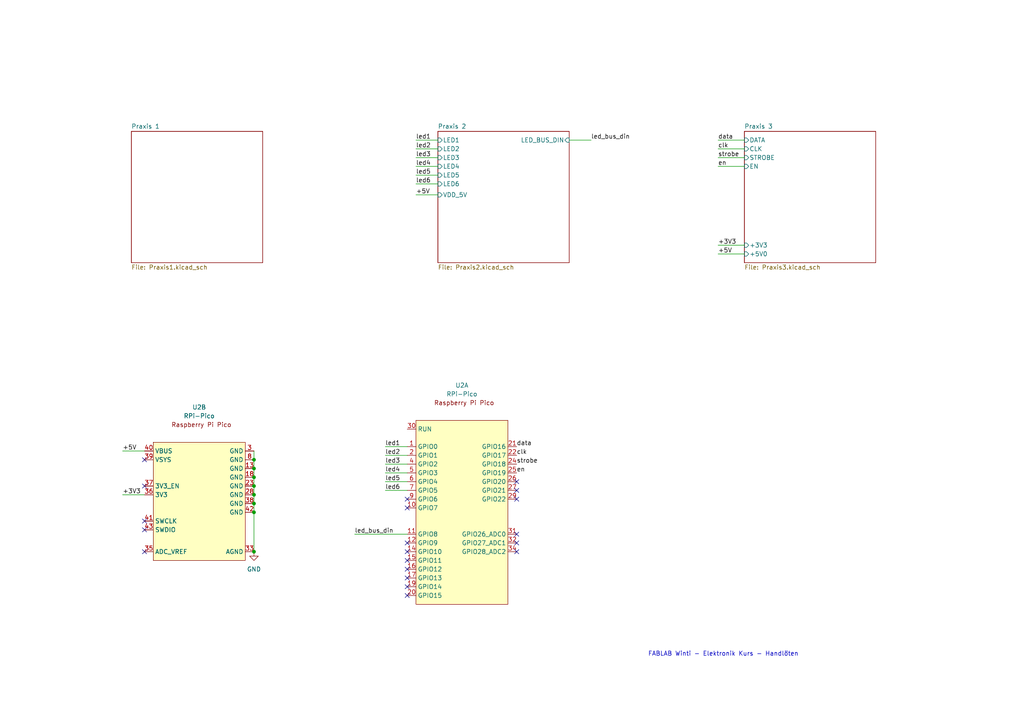
<source format=kicad_sch>
(kicad_sch (version 20250114) (generator "eeschema") (generator_version "9.0")
  (paper "A4")
  (lib_symbols
    (symbol "FabLabWintiLibrary:RPi-Pico"
      (property "Reference" "U" (at 3.81 3.81 0))
      (property "Value" "RPi-Pico" (at 15.24 1.27 0))
      (symbol "RPi-Pico_0_0"
        (text "Raspberry Pi Pico" (at 16.51 7.62 0) (effects (font (size 1.27 1.27))))
      )
      (symbol "RPi-Pico_1_1"
        (rectangle (start 2.54 2.54) (end 29.21 -50.8) (fill (type background)))
        (pin input line (at 0 0 0) (length 2.54) (name "RUN") (number "30"))
        (pin bidirectional line (at 0 -5.08 0) (length 2.54) (name "GPIO0") (number "1"))
        (pin bidirectional line (at 0 -7.62 0) (length 2.54) (name "GPIO1") (number "2"))
        (pin bidirectional line (at 0 -10.16 0) (length 2.54) (name "GPIO2") (number "4"))
        (pin bidirectional line (at 0 -12.7 0) (length 2.54) (name "GPIO3") (number "5"))
        (pin bidirectional line (at 0 -15.24 0) (length 2.54) (name "GPIO4") (number "6"))
        (pin bidirectional line (at 0 -17.78 0) (length 2.54) (name "GPIO5") (number "7"))
        (pin bidirectional line (at 0 -20.32 0) (length 2.54) (name "GPIO6") (number "9"))
        (pin bidirectional line (at 0 -22.86 0) (length 2.54) (name "GPIO7") (number "10"))
        (pin bidirectional line (at 0 -30.48 0) (length 2.54) (name "GPIO8") (number "11"))
        (pin bidirectional line (at 0 -33.02 0) (length 2.54) (name "GPIO9") (number "12"))
        (pin bidirectional line (at 0 -35.56 0) (length 2.54) (name "GPIO10") (number "14"))
        (pin bidirectional line (at 0 -38.1 0) (length 2.54) (name "GPIO11") (number "15"))
        (pin bidirectional line (at 0 -40.64 0) (length 2.54) (name "GPIO12") (number "16"))
        (pin bidirectional line (at 0 -43.18 0) (length 2.54) (name "GPIO13") (number "17"))
        (pin bidirectional line (at 0 -45.72 0) (length 2.54) (name "GPIO14") (number "19"))
        (pin bidirectional line (at 0 -48.26 0) (length 2.54) (name "GPIO15") (number "20"))
        (pin bidirectional line (at 31.75 -5.08 180) (length 2.54) (name "GPIO16") (number "21"))
        (pin bidirectional line (at 31.75 -7.62 180) (length 2.54) (name "GPIO17") (number "22"))
        (pin bidirectional line (at 31.75 -10.16 180) (length 2.54) (name "GPIO18") (number "24"))
        (pin bidirectional line (at 31.75 -12.7 180) (length 2.54) (name "GPIO19") (number "25"))
        (pin bidirectional line (at 31.75 -15.24 180) (length 2.54) (name "GPIO20") (number "26"))
        (pin bidirectional line (at 31.75 -17.78 180) (length 2.54) (name "GPIO21") (number "27"))
        (pin bidirectional line (at 31.75 -20.32 180) (length 2.54) (name "GPIO22") (number "29"))
        (pin bidirectional line (at 31.75 -30.48 180) (length 2.54) (name "GPIO26_ADC0") (number "31"))
        (pin bidirectional line (at 31.75 -33.02 180) (length 2.54) (name "GPIO27_ADC1") (number "32"))
        (pin bidirectional line (at 31.75 -35.56 180) (length 2.54) (name "GPIO28_ADC2") (number "34"))
      )
      (symbol "RPi-Pico_2_1"
        (rectangle (start 2.54 2.54) (end 29.21 -31.75) (fill (type background)))
        (pin power_in line (at 0 0 0) (length 2.54) (name "VBUS") (number "40"))
        (pin power_in line (at 0 -2.54 0) (length 2.54) (name "VSYS") (number "39"))
        (pin input line (at 0 -10.16 0) (length 2.54) (name "3V3_EN") (number "37"))
        (pin power_in line (at 0 -12.7 0) (length 2.54) (name "3V3") (number "36"))
        (pin input line (at 0 -20.32 0) (length 2.54) (name "SWCLK") (number "41"))
        (pin bidirectional line (at 0 -22.86 0) (length 2.54) (name "SWDIO") (number "43"))
        (pin power_in line (at 0 -29.21 0) (length 2.54) (name "ADC_VREF") (number "35"))
        (pin power_in line (at 31.75 0 180) (length 2.54) (name "GND") (number "3"))
        (pin power_in line (at 31.75 -2.54 180) (length 2.54) (name "GND") (number "8"))
        (pin power_in line (at 31.75 -5.08 180) (length 2.54) (name "GND") (number "13"))
        (pin power_in line (at 31.75 -7.62 180) (length 2.54) (name "GND") (number "18"))
        (pin power_in line (at 31.75 -10.16 180) (length 2.54) (name "GND") (number "23"))
        (pin power_in line (at 31.75 -12.7 180) (length 2.54) (name "GND") (number "28"))
        (pin power_in line (at 31.75 -15.24 180) (length 2.54) (name "GND") (number "38"))
        (pin power_in line (at 31.75 -17.78 180) (length 2.54) (name "GND") (number "42"))
        (pin power_in line (at 31.75 -29.21 180) (length 2.54) (name "AGND") (number "33"))
      )
    )
    (symbol "power:GND" (power) (pin_names (offset 0))
      (property "Value" "GND" (at 0 -3.81 0))
      (symbol "GND_0_1"
        (polyline (pts (xy 0 0) (xy 0 -1.27) (xy 1.27 -1.27) (xy 0 -2.54) (xy -1.27 -1.27) (xy 0 -1.27)))
      )
      (symbol "GND_1_1"
        (pin power_in line (at 0 0 270) (length 0) (hide yes) (name "GND") (number "1"))
      )
    )
  )
  (text "FABLAB Winti - Elektronik Kurs - Handlöten" (at 187.96 190.5 0) (effects (font (size 1.27 1.27)) (justify left bottom)))
  (junction (at 73.66 140.97))
  (junction (at 73.66 148.59))
  (junction (at 73.66 138.43))
  (junction (at 73.66 135.89))
  (junction (at 73.66 146.05))
  (junction (at 73.66 143.51))
  (junction (at 73.66 160.02))
  (junction (at 73.66 133.35))
  (no_connect (at 118.11 160.02))
  (no_connect (at 118.11 165.1))
  (no_connect (at 41.91 151.13))
  (no_connect (at 118.11 144.78))
  (no_connect (at 41.91 153.67))
  (no_connect (at 149.86 157.48))
  (no_connect (at 149.86 160.02))
  (no_connect (at 149.86 139.7))
  (no_connect (at 118.11 147.32))
  (no_connect (at 149.86 142.24))
  (no_connect (at 118.11 162.56))
  (no_connect (at 41.91 140.97))
  (no_connect (at 149.86 154.94))
  (no_connect (at 118.11 167.64))
  (no_connect (at 41.91 160.02))
  (no_connect (at 118.11 170.18))
  (no_connect (at 149.86 144.78))
  (no_connect (at 118.11 157.48))
  (no_connect (at 118.11 172.72))
  (no_connect (at 41.91 133.35))
  (wire (pts (xy 35.56 130.81) (xy 41.91 130.81)))
  (wire (pts (xy 120.65 50.8) (xy 127 50.8)))
  (wire (pts (xy 73.66 143.51) (xy 73.66 146.05)))
  (wire (pts (xy 165.1 40.64) (xy 171.45 40.64)))
  (wire (pts (xy 111.76 137.16) (xy 118.11 137.16)))
  (wire (pts (xy 120.65 56.515) (xy 127 56.515)))
  (wire (pts (xy 111.76 139.7) (xy 118.11 139.7)))
  (wire (pts (xy 111.76 132.08) (xy 118.11 132.08)))
  (wire (pts (xy 208.28 73.66) (xy 215.9 73.66)))
  (wire (pts (xy 73.66 135.89) (xy 73.66 138.43)))
  (wire (pts (xy 120.65 45.72) (xy 127 45.72)))
  (wire (pts (xy 35.56 143.51) (xy 41.91 143.51)))
  (wire (pts (xy 73.66 138.43) (xy 73.66 140.97)))
  (wire (pts (xy 120.65 40.64) (xy 127 40.64)))
  (wire (pts (xy 111.76 129.54) (xy 118.11 129.54)))
  (wire (pts (xy 120.65 43.18) (xy 127 43.18)))
  (wire (pts (xy 208.28 43.18) (xy 215.9 43.18)))
  (wire (pts (xy 73.66 133.35) (xy 73.66 135.89)))
  (wire (pts (xy 208.28 45.72) (xy 215.9 45.72)))
  (wire (pts (xy 118.11 154.94) (xy 102.87 154.94)))
  (wire (pts (xy 73.66 130.81) (xy 73.66 133.35)))
  (wire (pts (xy 111.76 142.24) (xy 118.11 142.24)))
  (wire (pts (xy 73.66 140.97) (xy 73.66 143.51)))
  (wire (pts (xy 208.28 71.12) (xy 215.9 71.12)))
  (wire (pts (xy 120.65 53.34) (xy 127 53.34)))
  (wire (pts (xy 111.76 134.62) (xy 118.11 134.62)))
  (wire (pts (xy 208.28 40.64) (xy 215.9 40.64)))
  (wire (pts (xy 73.66 148.59) (xy 73.66 160.02)))
  (wire (pts (xy 208.28 48.26) (xy 215.9 48.26)))
  (wire (pts (xy 73.66 146.05) (xy 73.66 148.59)))
  (wire (pts (xy 120.65 48.26) (xy 127 48.26)))
  (label "+3V3" (at 208.28 71.12 0))
  (label "led3" (at 111.76 134.62 0))
  (label "+3V3" (at 35.56 143.51 0))
  (label "+5V" (at 208.28 73.66 0))
  (label "en" (at 149.86 137.16 0))
  (label "led2" (at 120.65 43.18 0))
  (label "led6" (at 111.76 142.24 0))
  (label "data" (at 149.86 129.54 0))
  (label "led1" (at 111.76 129.54 0))
  (label "led1" (at 120.65 40.64 0))
  (label "led2" (at 111.76 132.08 0))
  (label "strobe" (at 149.86 134.62 0))
  (label "en" (at 208.28 48.26 0))
  (label "strobe" (at 208.28 45.72 0))
  (label "led4" (at 111.76 137.16 0))
  (label "led5" (at 120.65 50.8 0))
  (label "data" (at 208.28 40.64 0))
  (label "led4" (at 120.65 48.26 0))
  (label "led6" (at 120.65 53.34 0))
  (label "led_bus_din" (at 102.87 154.94 0))
  (label "led_bus_din" (at 171.45 40.64 0))
  (label "+5V" (at 120.65 56.515 0))
  (label "clk" (at 149.86 132.08 0))
  (label "clk" (at 208.28 43.18 0))
  (label "led5" (at 111.76 139.7 0))
  (label "+5V" (at 35.56 130.81 0))
  (label "led3" (at 120.65 45.72 0))
  (symbol (lib_id "power:GND") (at 73.66 160.02 0) (unit 1)
    (property "Reference" "#PWR067" (effects (hide yes)))
    (property "Value" "GND" (at 73.66 165.1 0))
  )
  (symbol (lib_id "FabLabWintiLibrary:RPi-Pico") (at 118.11 124.46 0) (unit 1)
    (property "Reference" "U2" (at 133.985 111.76 0))
    (property "Value" "RPi-Pico" (at 133.985 114.3 0))
    (property "Footprint" "FabLabWintiLibrary:RPi_Pico_SMD_TH" (effects (hide yes)))
  )
  (symbol (lib_id "FabLabWintiLibrary:RPi-Pico") (at 41.91 130.81 0) (unit 2)
    (property "Reference" "U2" (at 57.785 118.11 0))
    (property "Value" "RPi-Pico" (at 57.785 120.65 0))
    (property "Footprint" "FabLabWintiLibrary:RPi_Pico_SMD_TH" (effects (hide yes)))
  )
  (sheet (at 215.9 38.1) (size 38.1 38.1) (stroke (width 0.1524))
    (property "Sheetname" "Praxis 3" (at 215.9 37.3884 0) (effects (justify left bottom)))
    (property "Sheetfile" "Praxis3.kicad_sch" (at 215.9 76.7846 0) (effects (justify left top)))
    (pin "+5V0" input (at 215.9 73.66 180))
    (pin "STROBE" input (at 215.9 45.72 180))
    (pin "EN" input (at 215.9 48.26 180))
    (pin "CLK" input (at 215.9 43.18 180))
    (pin "DATA" input (at 215.9 40.64 180))
    (pin "+3V3" input (at 215.9 71.12 180))
  )
  (sheet (at 127 38.1) (size 38.1 38.1) (stroke (width 0.1524))
    (property "Sheetname" "Praxis 2" (at 127 37.3884 0) (effects (justify left bottom)))
    (property "Sheetfile" "Praxis2.kicad_sch" (at 127 76.7846 0) (effects (justify left top)))
    (pin "LED2" input (at 127 43.18 180))
    (pin "LED1" input (at 127 40.64 180))
    (pin "LED3" input (at 127 45.72 180))
    (pin "LED4" input (at 127 48.26 180))
    (pin "VDD_5V" input (at 127 56.515 180))
    (pin "LED_BUS_DIN" input (at 165.1 40.64 0))
    (pin "LED6" input (at 127 53.34 180))
    (pin "LED5" input (at 127 50.8 180))
  )
  (sheet (at 38.1 38.1) (size 38.1 38.1) (stroke (width 0.1524))
    (property "Sheetname" "Praxis 1" (at 38.1 37.3884 0) (effects (justify left bottom)))
    (property "Sheetfile" "Praxis1.kicad_sch" (at 38.1 76.7846 0) (effects (justify left top)))
  )
)
</source>
